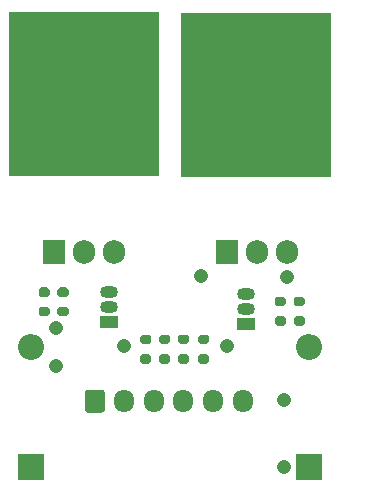
<source format=gbr>
G04 #@! TF.GenerationSoftware,KiCad,Pcbnew,(5.1.7)-1*
G04 #@! TF.CreationDate,2020-12-25T14:26:48+09:00*
G04 #@! TF.ProjectId,SolenoidProtectionCircuit,536f6c65-6e6f-4696-9450-726f74656374,rev?*
G04 #@! TF.SameCoordinates,Original*
G04 #@! TF.FileFunction,Soldermask,Top*
G04 #@! TF.FilePolarity,Negative*
%FSLAX46Y46*%
G04 Gerber Fmt 4.6, Leading zero omitted, Abs format (unit mm)*
G04 Created by KiCad (PCBNEW (5.1.7)-1) date 2020-12-25 14:26:48*
%MOMM*%
%LPD*%
G01*
G04 APERTURE LIST*
%ADD10C,1.200000*%
%ADD11O,1.700000X1.950000*%
%ADD12C,5.000000*%
%ADD13R,1.905000X2.000000*%
%ADD14O,1.905000X2.000000*%
%ADD15R,12.700000X14.000000*%
%ADD16R,1.500000X1.050000*%
%ADD17O,1.500000X1.050000*%
%ADD18O,2.200000X2.200000*%
%ADD19R,2.200000X2.200000*%
G04 APERTURE END LIST*
D10*
X109600000Y-105300000D02*
G75*
G03*
X109600000Y-105300000I0J0D01*
G01*
X102600000Y-89100000D02*
G75*
G03*
X102600000Y-89100000I0J0D01*
G01*
X90300000Y-93500000D02*
G75*
G03*
X90300000Y-93500000I0J0D01*
G01*
X90300000Y-96700000D02*
G75*
G03*
X90300000Y-96700000I0J0D01*
G01*
X96050000Y-95050000D02*
G75*
G03*
X96050000Y-95050000I0J0D01*
G01*
X104750000Y-95050000D02*
G75*
G03*
X104750000Y-95050000I0J0D01*
G01*
X109600000Y-99600000D02*
G75*
G03*
X109600000Y-99600000I0J0D01*
G01*
X109900000Y-89200000D02*
G75*
G03*
X109900000Y-89200000I0J0D01*
G01*
D11*
X106100000Y-99700000D03*
X103600000Y-99700000D03*
X101100000Y-99700000D03*
X98600000Y-99700000D03*
X96100000Y-99700000D03*
G36*
G01*
X92750000Y-100425000D02*
X92750000Y-98975000D01*
G75*
G02*
X93000000Y-98725000I250000J0D01*
G01*
X94200000Y-98725000D01*
G75*
G02*
X94450000Y-98975000I0J-250000D01*
G01*
X94450000Y-100425000D01*
G75*
G02*
X94200000Y-100675000I-250000J0D01*
G01*
X93000000Y-100675000D01*
G75*
G02*
X92750000Y-100425000I0J250000D01*
G01*
G37*
D12*
X92700000Y-70700000D03*
D13*
X90160000Y-87100000D03*
D14*
X95240000Y-87100000D03*
X92700000Y-87100000D03*
D15*
X92700000Y-73700000D03*
D12*
X107300000Y-70700000D03*
D13*
X104760000Y-87100000D03*
D14*
X109840000Y-87100000D03*
X107300000Y-87100000D03*
D15*
X107200000Y-73800000D03*
G36*
G01*
X110625000Y-90875000D02*
X111175000Y-90875000D01*
G75*
G02*
X111375000Y-91075000I0J-200000D01*
G01*
X111375000Y-91475000D01*
G75*
G02*
X111175000Y-91675000I-200000J0D01*
G01*
X110625000Y-91675000D01*
G75*
G02*
X110425000Y-91475000I0J200000D01*
G01*
X110425000Y-91075000D01*
G75*
G02*
X110625000Y-90875000I200000J0D01*
G01*
G37*
G36*
G01*
X110625000Y-92525000D02*
X111175000Y-92525000D01*
G75*
G02*
X111375000Y-92725000I0J-200000D01*
G01*
X111375000Y-93125000D01*
G75*
G02*
X111175000Y-93325000I-200000J0D01*
G01*
X110625000Y-93325000D01*
G75*
G02*
X110425000Y-93125000I0J200000D01*
G01*
X110425000Y-92725000D01*
G75*
G02*
X110625000Y-92525000I200000J0D01*
G01*
G37*
G36*
G01*
X109025000Y-92525000D02*
X109575000Y-92525000D01*
G75*
G02*
X109775000Y-92725000I0J-200000D01*
G01*
X109775000Y-93125000D01*
G75*
G02*
X109575000Y-93325000I-200000J0D01*
G01*
X109025000Y-93325000D01*
G75*
G02*
X108825000Y-93125000I0J200000D01*
G01*
X108825000Y-92725000D01*
G75*
G02*
X109025000Y-92525000I200000J0D01*
G01*
G37*
G36*
G01*
X109025000Y-90875000D02*
X109575000Y-90875000D01*
G75*
G02*
X109775000Y-91075000I0J-200000D01*
G01*
X109775000Y-91475000D01*
G75*
G02*
X109575000Y-91675000I-200000J0D01*
G01*
X109025000Y-91675000D01*
G75*
G02*
X108825000Y-91475000I0J200000D01*
G01*
X108825000Y-91075000D01*
G75*
G02*
X109025000Y-90875000I200000J0D01*
G01*
G37*
G36*
G01*
X103075000Y-94875000D02*
X102525000Y-94875000D01*
G75*
G02*
X102325000Y-94675000I0J200000D01*
G01*
X102325000Y-94275000D01*
G75*
G02*
X102525000Y-94075000I200000J0D01*
G01*
X103075000Y-94075000D01*
G75*
G02*
X103275000Y-94275000I0J-200000D01*
G01*
X103275000Y-94675000D01*
G75*
G02*
X103075000Y-94875000I-200000J0D01*
G01*
G37*
G36*
G01*
X103075000Y-96525000D02*
X102525000Y-96525000D01*
G75*
G02*
X102325000Y-96325000I0J200000D01*
G01*
X102325000Y-95925000D01*
G75*
G02*
X102525000Y-95725000I200000J0D01*
G01*
X103075000Y-95725000D01*
G75*
G02*
X103275000Y-95925000I0J-200000D01*
G01*
X103275000Y-96325000D01*
G75*
G02*
X103075000Y-96525000I-200000J0D01*
G01*
G37*
G36*
G01*
X100825000Y-95725000D02*
X101375000Y-95725000D01*
G75*
G02*
X101575000Y-95925000I0J-200000D01*
G01*
X101575000Y-96325000D01*
G75*
G02*
X101375000Y-96525000I-200000J0D01*
G01*
X100825000Y-96525000D01*
G75*
G02*
X100625000Y-96325000I0J200000D01*
G01*
X100625000Y-95925000D01*
G75*
G02*
X100825000Y-95725000I200000J0D01*
G01*
G37*
G36*
G01*
X100825000Y-94075000D02*
X101375000Y-94075000D01*
G75*
G02*
X101575000Y-94275000I0J-200000D01*
G01*
X101575000Y-94675000D01*
G75*
G02*
X101375000Y-94875000I-200000J0D01*
G01*
X100825000Y-94875000D01*
G75*
G02*
X100625000Y-94675000I0J200000D01*
G01*
X100625000Y-94275000D01*
G75*
G02*
X100825000Y-94075000I200000J0D01*
G01*
G37*
D16*
X106400000Y-93200000D03*
D17*
X106400000Y-90660000D03*
X106400000Y-91930000D03*
D18*
X111700000Y-95140000D03*
D19*
X111700000Y-105300000D03*
G36*
G01*
X89025000Y-91725000D02*
X89575000Y-91725000D01*
G75*
G02*
X89775000Y-91925000I0J-200000D01*
G01*
X89775000Y-92325000D01*
G75*
G02*
X89575000Y-92525000I-200000J0D01*
G01*
X89025000Y-92525000D01*
G75*
G02*
X88825000Y-92325000I0J200000D01*
G01*
X88825000Y-91925000D01*
G75*
G02*
X89025000Y-91725000I200000J0D01*
G01*
G37*
G36*
G01*
X89025000Y-90075000D02*
X89575000Y-90075000D01*
G75*
G02*
X89775000Y-90275000I0J-200000D01*
G01*
X89775000Y-90675000D01*
G75*
G02*
X89575000Y-90875000I-200000J0D01*
G01*
X89025000Y-90875000D01*
G75*
G02*
X88825000Y-90675000I0J200000D01*
G01*
X88825000Y-90275000D01*
G75*
G02*
X89025000Y-90075000I200000J0D01*
G01*
G37*
G36*
G01*
X90625000Y-91725000D02*
X91175000Y-91725000D01*
G75*
G02*
X91375000Y-91925000I0J-200000D01*
G01*
X91375000Y-92325000D01*
G75*
G02*
X91175000Y-92525000I-200000J0D01*
G01*
X90625000Y-92525000D01*
G75*
G02*
X90425000Y-92325000I0J200000D01*
G01*
X90425000Y-91925000D01*
G75*
G02*
X90625000Y-91725000I200000J0D01*
G01*
G37*
G36*
G01*
X90625000Y-90075000D02*
X91175000Y-90075000D01*
G75*
G02*
X91375000Y-90275000I0J-200000D01*
G01*
X91375000Y-90675000D01*
G75*
G02*
X91175000Y-90875000I-200000J0D01*
G01*
X90625000Y-90875000D01*
G75*
G02*
X90425000Y-90675000I0J200000D01*
G01*
X90425000Y-90275000D01*
G75*
G02*
X90625000Y-90075000I200000J0D01*
G01*
G37*
G36*
G01*
X98175000Y-94875000D02*
X97625000Y-94875000D01*
G75*
G02*
X97425000Y-94675000I0J200000D01*
G01*
X97425000Y-94275000D01*
G75*
G02*
X97625000Y-94075000I200000J0D01*
G01*
X98175000Y-94075000D01*
G75*
G02*
X98375000Y-94275000I0J-200000D01*
G01*
X98375000Y-94675000D01*
G75*
G02*
X98175000Y-94875000I-200000J0D01*
G01*
G37*
G36*
G01*
X98175000Y-96525000D02*
X97625000Y-96525000D01*
G75*
G02*
X97425000Y-96325000I0J200000D01*
G01*
X97425000Y-95925000D01*
G75*
G02*
X97625000Y-95725000I200000J0D01*
G01*
X98175000Y-95725000D01*
G75*
G02*
X98375000Y-95925000I0J-200000D01*
G01*
X98375000Y-96325000D01*
G75*
G02*
X98175000Y-96525000I-200000J0D01*
G01*
G37*
G36*
G01*
X99225000Y-95725000D02*
X99775000Y-95725000D01*
G75*
G02*
X99975000Y-95925000I0J-200000D01*
G01*
X99975000Y-96325000D01*
G75*
G02*
X99775000Y-96525000I-200000J0D01*
G01*
X99225000Y-96525000D01*
G75*
G02*
X99025000Y-96325000I0J200000D01*
G01*
X99025000Y-95925000D01*
G75*
G02*
X99225000Y-95725000I200000J0D01*
G01*
G37*
G36*
G01*
X99225000Y-94075000D02*
X99775000Y-94075000D01*
G75*
G02*
X99975000Y-94275000I0J-200000D01*
G01*
X99975000Y-94675000D01*
G75*
G02*
X99775000Y-94875000I-200000J0D01*
G01*
X99225000Y-94875000D01*
G75*
G02*
X99025000Y-94675000I0J200000D01*
G01*
X99025000Y-94275000D01*
G75*
G02*
X99225000Y-94075000I200000J0D01*
G01*
G37*
D16*
X94800000Y-93000000D03*
D17*
X94800000Y-90460000D03*
X94800000Y-91730000D03*
D18*
X88200000Y-95140000D03*
D19*
X88200000Y-105300000D03*
M02*

</source>
